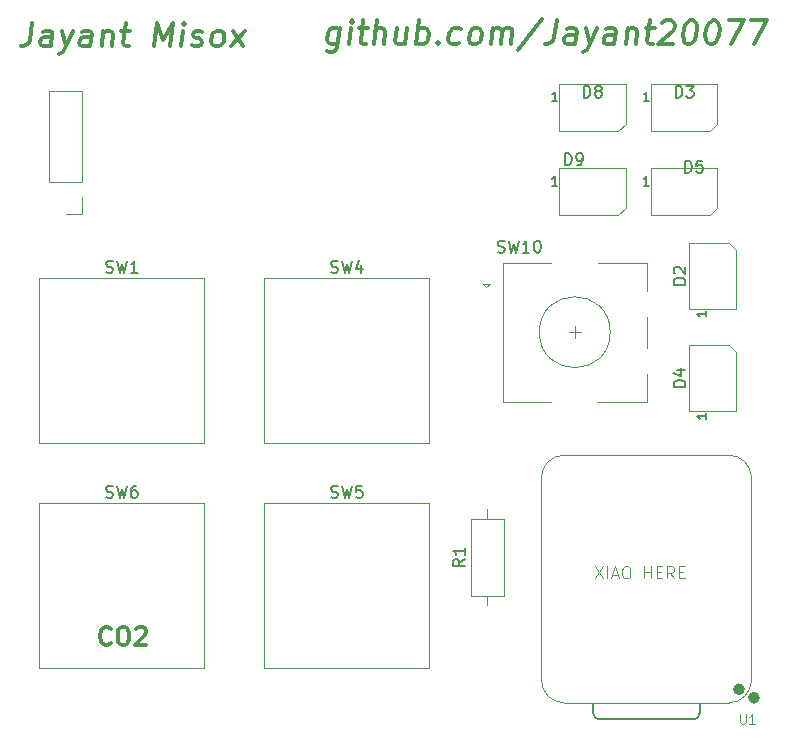
<source format=gbr>
%TF.GenerationSoftware,KiCad,Pcbnew,9.0.4*%
%TF.CreationDate,2026-01-21T00:58:39+05:30*%
%TF.ProjectId,Jayant co2 Hackpad,4a617961-6e74-4206-936f-32204861636b,rev?*%
%TF.SameCoordinates,Original*%
%TF.FileFunction,Legend,Top*%
%TF.FilePolarity,Positive*%
%FSLAX46Y46*%
G04 Gerber Fmt 4.6, Leading zero omitted, Abs format (unit mm)*
G04 Created by KiCad (PCBNEW 9.0.4) date 2026-01-21 00:58:39*
%MOMM*%
%LPD*%
G01*
G04 APERTURE LIST*
%ADD10C,0.300000*%
%ADD11C,0.100000*%
%ADD12C,0.150000*%
%ADD13C,0.106680*%
%ADD14C,0.120000*%
%ADD15C,0.127000*%
%ADD16C,0.504000*%
G04 APERTURE END LIST*
D10*
X84311653Y-130457971D02*
X84240225Y-130529400D01*
X84240225Y-130529400D02*
X84025939Y-130600828D01*
X84025939Y-130600828D02*
X83883082Y-130600828D01*
X83883082Y-130600828D02*
X83668796Y-130529400D01*
X83668796Y-130529400D02*
X83525939Y-130386542D01*
X83525939Y-130386542D02*
X83454510Y-130243685D01*
X83454510Y-130243685D02*
X83383082Y-129957971D01*
X83383082Y-129957971D02*
X83383082Y-129743685D01*
X83383082Y-129743685D02*
X83454510Y-129457971D01*
X83454510Y-129457971D02*
X83525939Y-129315114D01*
X83525939Y-129315114D02*
X83668796Y-129172257D01*
X83668796Y-129172257D02*
X83883082Y-129100828D01*
X83883082Y-129100828D02*
X84025939Y-129100828D01*
X84025939Y-129100828D02*
X84240225Y-129172257D01*
X84240225Y-129172257D02*
X84311653Y-129243685D01*
X85240225Y-129100828D02*
X85525939Y-129100828D01*
X85525939Y-129100828D02*
X85668796Y-129172257D01*
X85668796Y-129172257D02*
X85811653Y-129315114D01*
X85811653Y-129315114D02*
X85883082Y-129600828D01*
X85883082Y-129600828D02*
X85883082Y-130100828D01*
X85883082Y-130100828D02*
X85811653Y-130386542D01*
X85811653Y-130386542D02*
X85668796Y-130529400D01*
X85668796Y-130529400D02*
X85525939Y-130600828D01*
X85525939Y-130600828D02*
X85240225Y-130600828D01*
X85240225Y-130600828D02*
X85097368Y-130529400D01*
X85097368Y-130529400D02*
X84954510Y-130386542D01*
X84954510Y-130386542D02*
X84883082Y-130100828D01*
X84883082Y-130100828D02*
X84883082Y-129600828D01*
X84883082Y-129600828D02*
X84954510Y-129315114D01*
X84954510Y-129315114D02*
X85097368Y-129172257D01*
X85097368Y-129172257D02*
X85240225Y-129100828D01*
X86454511Y-129243685D02*
X86525939Y-129172257D01*
X86525939Y-129172257D02*
X86668797Y-129100828D01*
X86668797Y-129100828D02*
X87025939Y-129100828D01*
X87025939Y-129100828D02*
X87168797Y-129172257D01*
X87168797Y-129172257D02*
X87240225Y-129243685D01*
X87240225Y-129243685D02*
X87311654Y-129386542D01*
X87311654Y-129386542D02*
X87311654Y-129529400D01*
X87311654Y-129529400D02*
X87240225Y-129743685D01*
X87240225Y-129743685D02*
X86383082Y-130600828D01*
X86383082Y-130600828D02*
X87311654Y-130600828D01*
D11*
X125303646Y-123967419D02*
X125970312Y-124967419D01*
X125970312Y-123967419D02*
X125303646Y-124967419D01*
X126351265Y-124967419D02*
X126351265Y-123967419D01*
X126779836Y-124681704D02*
X127256026Y-124681704D01*
X126684598Y-124967419D02*
X127017931Y-123967419D01*
X127017931Y-123967419D02*
X127351264Y-124967419D01*
X127875074Y-123967419D02*
X128065550Y-123967419D01*
X128065550Y-123967419D02*
X128160788Y-124015038D01*
X128160788Y-124015038D02*
X128256026Y-124110276D01*
X128256026Y-124110276D02*
X128303645Y-124300752D01*
X128303645Y-124300752D02*
X128303645Y-124634085D01*
X128303645Y-124634085D02*
X128256026Y-124824561D01*
X128256026Y-124824561D02*
X128160788Y-124919800D01*
X128160788Y-124919800D02*
X128065550Y-124967419D01*
X128065550Y-124967419D02*
X127875074Y-124967419D01*
X127875074Y-124967419D02*
X127779836Y-124919800D01*
X127779836Y-124919800D02*
X127684598Y-124824561D01*
X127684598Y-124824561D02*
X127636979Y-124634085D01*
X127636979Y-124634085D02*
X127636979Y-124300752D01*
X127636979Y-124300752D02*
X127684598Y-124110276D01*
X127684598Y-124110276D02*
X127779836Y-124015038D01*
X127779836Y-124015038D02*
X127875074Y-123967419D01*
X129494122Y-124967419D02*
X129494122Y-123967419D01*
X129494122Y-124443609D02*
X130065550Y-124443609D01*
X130065550Y-124967419D02*
X130065550Y-123967419D01*
X130541741Y-124443609D02*
X130875074Y-124443609D01*
X131017931Y-124967419D02*
X130541741Y-124967419D01*
X130541741Y-124967419D02*
X130541741Y-123967419D01*
X130541741Y-123967419D02*
X131017931Y-123967419D01*
X132017931Y-124967419D02*
X131684598Y-124491228D01*
X131446503Y-124967419D02*
X131446503Y-123967419D01*
X131446503Y-123967419D02*
X131827455Y-123967419D01*
X131827455Y-123967419D02*
X131922693Y-124015038D01*
X131922693Y-124015038D02*
X131970312Y-124062657D01*
X131970312Y-124062657D02*
X132017931Y-124157895D01*
X132017931Y-124157895D02*
X132017931Y-124300752D01*
X132017931Y-124300752D02*
X131970312Y-124395990D01*
X131970312Y-124395990D02*
X131922693Y-124443609D01*
X131922693Y-124443609D02*
X131827455Y-124491228D01*
X131827455Y-124491228D02*
X131446503Y-124491228D01*
X132446503Y-124443609D02*
X132779836Y-124443609D01*
X132922693Y-124967419D02*
X132446503Y-124967419D01*
X132446503Y-124967419D02*
X132446503Y-123967419D01*
X132446503Y-123967419D02*
X132922693Y-123967419D01*
D10*
X103685463Y-78406304D02*
X103483082Y-80025352D01*
X103483082Y-80025352D02*
X103364034Y-80215828D01*
X103364034Y-80215828D02*
X103256891Y-80311066D01*
X103256891Y-80311066D02*
X103054510Y-80406304D01*
X103054510Y-80406304D02*
X102768796Y-80406304D01*
X102768796Y-80406304D02*
X102590225Y-80311066D01*
X103530701Y-79644400D02*
X103328320Y-79739638D01*
X103328320Y-79739638D02*
X102947368Y-79739638D01*
X102947368Y-79739638D02*
X102768796Y-79644400D01*
X102768796Y-79644400D02*
X102685463Y-79549161D01*
X102685463Y-79549161D02*
X102614034Y-79358685D01*
X102614034Y-79358685D02*
X102685463Y-78787257D01*
X102685463Y-78787257D02*
X102804510Y-78596780D01*
X102804510Y-78596780D02*
X102911653Y-78501542D01*
X102911653Y-78501542D02*
X103114034Y-78406304D01*
X103114034Y-78406304D02*
X103494987Y-78406304D01*
X103494987Y-78406304D02*
X103673558Y-78501542D01*
X104471177Y-79739638D02*
X104637844Y-78406304D01*
X104721177Y-77739638D02*
X104614034Y-77834876D01*
X104614034Y-77834876D02*
X104697368Y-77930114D01*
X104697368Y-77930114D02*
X104804511Y-77834876D01*
X104804511Y-77834876D02*
X104721177Y-77739638D01*
X104721177Y-77739638D02*
X104697368Y-77930114D01*
X105304511Y-78406304D02*
X106066415Y-78406304D01*
X105673558Y-77739638D02*
X105459273Y-79453923D01*
X105459273Y-79453923D02*
X105530701Y-79644400D01*
X105530701Y-79644400D02*
X105709273Y-79739638D01*
X105709273Y-79739638D02*
X105899749Y-79739638D01*
X106566415Y-79739638D02*
X106816415Y-77739638D01*
X107423558Y-79739638D02*
X107554510Y-78692019D01*
X107554510Y-78692019D02*
X107483082Y-78501542D01*
X107483082Y-78501542D02*
X107304510Y-78406304D01*
X107304510Y-78406304D02*
X107018796Y-78406304D01*
X107018796Y-78406304D02*
X106816415Y-78501542D01*
X106816415Y-78501542D02*
X106709272Y-78596780D01*
X109399749Y-78406304D02*
X109233082Y-79739638D01*
X108542606Y-78406304D02*
X108411654Y-79453923D01*
X108411654Y-79453923D02*
X108483082Y-79644400D01*
X108483082Y-79644400D02*
X108661654Y-79739638D01*
X108661654Y-79739638D02*
X108947368Y-79739638D01*
X108947368Y-79739638D02*
X109149749Y-79644400D01*
X109149749Y-79644400D02*
X109256892Y-79549161D01*
X110185463Y-79739638D02*
X110435463Y-77739638D01*
X110340225Y-78501542D02*
X110542606Y-78406304D01*
X110542606Y-78406304D02*
X110923558Y-78406304D01*
X110923558Y-78406304D02*
X111102130Y-78501542D01*
X111102130Y-78501542D02*
X111185463Y-78596780D01*
X111185463Y-78596780D02*
X111256892Y-78787257D01*
X111256892Y-78787257D02*
X111185463Y-79358685D01*
X111185463Y-79358685D02*
X111066416Y-79549161D01*
X111066416Y-79549161D02*
X110959273Y-79644400D01*
X110959273Y-79644400D02*
X110756892Y-79739638D01*
X110756892Y-79739638D02*
X110375939Y-79739638D01*
X110375939Y-79739638D02*
X110197368Y-79644400D01*
X112018797Y-79549161D02*
X112102130Y-79644400D01*
X112102130Y-79644400D02*
X111994987Y-79739638D01*
X111994987Y-79739638D02*
X111911654Y-79644400D01*
X111911654Y-79644400D02*
X112018797Y-79549161D01*
X112018797Y-79549161D02*
X111994987Y-79739638D01*
X113816416Y-79644400D02*
X113614035Y-79739638D01*
X113614035Y-79739638D02*
X113233083Y-79739638D01*
X113233083Y-79739638D02*
X113054511Y-79644400D01*
X113054511Y-79644400D02*
X112971178Y-79549161D01*
X112971178Y-79549161D02*
X112899749Y-79358685D01*
X112899749Y-79358685D02*
X112971178Y-78787257D01*
X112971178Y-78787257D02*
X113090225Y-78596780D01*
X113090225Y-78596780D02*
X113197368Y-78501542D01*
X113197368Y-78501542D02*
X113399749Y-78406304D01*
X113399749Y-78406304D02*
X113780702Y-78406304D01*
X113780702Y-78406304D02*
X113959273Y-78501542D01*
X114947369Y-79739638D02*
X114768797Y-79644400D01*
X114768797Y-79644400D02*
X114685464Y-79549161D01*
X114685464Y-79549161D02*
X114614035Y-79358685D01*
X114614035Y-79358685D02*
X114685464Y-78787257D01*
X114685464Y-78787257D02*
X114804511Y-78596780D01*
X114804511Y-78596780D02*
X114911654Y-78501542D01*
X114911654Y-78501542D02*
X115114035Y-78406304D01*
X115114035Y-78406304D02*
X115399749Y-78406304D01*
X115399749Y-78406304D02*
X115578321Y-78501542D01*
X115578321Y-78501542D02*
X115661654Y-78596780D01*
X115661654Y-78596780D02*
X115733083Y-78787257D01*
X115733083Y-78787257D02*
X115661654Y-79358685D01*
X115661654Y-79358685D02*
X115542607Y-79549161D01*
X115542607Y-79549161D02*
X115435464Y-79644400D01*
X115435464Y-79644400D02*
X115233083Y-79739638D01*
X115233083Y-79739638D02*
X114947369Y-79739638D01*
X116471178Y-79739638D02*
X116637845Y-78406304D01*
X116614035Y-78596780D02*
X116721178Y-78501542D01*
X116721178Y-78501542D02*
X116923559Y-78406304D01*
X116923559Y-78406304D02*
X117209273Y-78406304D01*
X117209273Y-78406304D02*
X117387845Y-78501542D01*
X117387845Y-78501542D02*
X117459273Y-78692019D01*
X117459273Y-78692019D02*
X117328321Y-79739638D01*
X117459273Y-78692019D02*
X117578321Y-78501542D01*
X117578321Y-78501542D02*
X117780702Y-78406304D01*
X117780702Y-78406304D02*
X118066416Y-78406304D01*
X118066416Y-78406304D02*
X118244988Y-78501542D01*
X118244988Y-78501542D02*
X118316416Y-78692019D01*
X118316416Y-78692019D02*
X118185464Y-79739638D01*
X120828321Y-77644400D02*
X118792607Y-80215828D01*
X122054512Y-77739638D02*
X121875940Y-79168209D01*
X121875940Y-79168209D02*
X121744988Y-79453923D01*
X121744988Y-79453923D02*
X121530702Y-79644400D01*
X121530702Y-79644400D02*
X121233083Y-79739638D01*
X121233083Y-79739638D02*
X121042607Y-79739638D01*
X123614036Y-79739638D02*
X123744988Y-78692019D01*
X123744988Y-78692019D02*
X123673560Y-78501542D01*
X123673560Y-78501542D02*
X123494988Y-78406304D01*
X123494988Y-78406304D02*
X123114036Y-78406304D01*
X123114036Y-78406304D02*
X122911655Y-78501542D01*
X123625941Y-79644400D02*
X123423560Y-79739638D01*
X123423560Y-79739638D02*
X122947369Y-79739638D01*
X122947369Y-79739638D02*
X122768798Y-79644400D01*
X122768798Y-79644400D02*
X122697369Y-79453923D01*
X122697369Y-79453923D02*
X122721179Y-79263447D01*
X122721179Y-79263447D02*
X122840227Y-79072971D01*
X122840227Y-79072971D02*
X123042608Y-78977733D01*
X123042608Y-78977733D02*
X123518798Y-78977733D01*
X123518798Y-78977733D02*
X123721179Y-78882495D01*
X124542608Y-78406304D02*
X124852132Y-79739638D01*
X125494989Y-78406304D02*
X124852132Y-79739638D01*
X124852132Y-79739638D02*
X124602132Y-80215828D01*
X124602132Y-80215828D02*
X124494989Y-80311066D01*
X124494989Y-80311066D02*
X124292608Y-80406304D01*
X126947370Y-79739638D02*
X127078322Y-78692019D01*
X127078322Y-78692019D02*
X127006894Y-78501542D01*
X127006894Y-78501542D02*
X126828322Y-78406304D01*
X126828322Y-78406304D02*
X126447370Y-78406304D01*
X126447370Y-78406304D02*
X126244989Y-78501542D01*
X126959275Y-79644400D02*
X126756894Y-79739638D01*
X126756894Y-79739638D02*
X126280703Y-79739638D01*
X126280703Y-79739638D02*
X126102132Y-79644400D01*
X126102132Y-79644400D02*
X126030703Y-79453923D01*
X126030703Y-79453923D02*
X126054513Y-79263447D01*
X126054513Y-79263447D02*
X126173561Y-79072971D01*
X126173561Y-79072971D02*
X126375942Y-78977733D01*
X126375942Y-78977733D02*
X126852132Y-78977733D01*
X126852132Y-78977733D02*
X127054513Y-78882495D01*
X128066418Y-78406304D02*
X127899751Y-79739638D01*
X128042608Y-78596780D02*
X128149751Y-78501542D01*
X128149751Y-78501542D02*
X128352132Y-78406304D01*
X128352132Y-78406304D02*
X128637846Y-78406304D01*
X128637846Y-78406304D02*
X128816418Y-78501542D01*
X128816418Y-78501542D02*
X128887846Y-78692019D01*
X128887846Y-78692019D02*
X128756894Y-79739638D01*
X129590228Y-78406304D02*
X130352132Y-78406304D01*
X129959275Y-77739638D02*
X129744990Y-79453923D01*
X129744990Y-79453923D02*
X129816418Y-79644400D01*
X129816418Y-79644400D02*
X129994990Y-79739638D01*
X129994990Y-79739638D02*
X130185466Y-79739638D01*
X130983085Y-77930114D02*
X131090227Y-77834876D01*
X131090227Y-77834876D02*
X131292608Y-77739638D01*
X131292608Y-77739638D02*
X131768799Y-77739638D01*
X131768799Y-77739638D02*
X131947370Y-77834876D01*
X131947370Y-77834876D02*
X132030704Y-77930114D01*
X132030704Y-77930114D02*
X132102132Y-78120590D01*
X132102132Y-78120590D02*
X132078323Y-78311066D01*
X132078323Y-78311066D02*
X131947370Y-78596780D01*
X131947370Y-78596780D02*
X130661656Y-79739638D01*
X130661656Y-79739638D02*
X131899751Y-79739638D01*
X133387847Y-77739638D02*
X133578323Y-77739638D01*
X133578323Y-77739638D02*
X133756894Y-77834876D01*
X133756894Y-77834876D02*
X133840228Y-77930114D01*
X133840228Y-77930114D02*
X133911656Y-78120590D01*
X133911656Y-78120590D02*
X133959275Y-78501542D01*
X133959275Y-78501542D02*
X133899751Y-78977733D01*
X133899751Y-78977733D02*
X133756894Y-79358685D01*
X133756894Y-79358685D02*
X133637847Y-79549161D01*
X133637847Y-79549161D02*
X133530704Y-79644400D01*
X133530704Y-79644400D02*
X133328323Y-79739638D01*
X133328323Y-79739638D02*
X133137847Y-79739638D01*
X133137847Y-79739638D02*
X132959275Y-79644400D01*
X132959275Y-79644400D02*
X132875942Y-79549161D01*
X132875942Y-79549161D02*
X132804513Y-79358685D01*
X132804513Y-79358685D02*
X132756894Y-78977733D01*
X132756894Y-78977733D02*
X132816418Y-78501542D01*
X132816418Y-78501542D02*
X132959275Y-78120590D01*
X132959275Y-78120590D02*
X133078323Y-77930114D01*
X133078323Y-77930114D02*
X133185466Y-77834876D01*
X133185466Y-77834876D02*
X133387847Y-77739638D01*
X135292609Y-77739638D02*
X135483085Y-77739638D01*
X135483085Y-77739638D02*
X135661656Y-77834876D01*
X135661656Y-77834876D02*
X135744990Y-77930114D01*
X135744990Y-77930114D02*
X135816418Y-78120590D01*
X135816418Y-78120590D02*
X135864037Y-78501542D01*
X135864037Y-78501542D02*
X135804513Y-78977733D01*
X135804513Y-78977733D02*
X135661656Y-79358685D01*
X135661656Y-79358685D02*
X135542609Y-79549161D01*
X135542609Y-79549161D02*
X135435466Y-79644400D01*
X135435466Y-79644400D02*
X135233085Y-79739638D01*
X135233085Y-79739638D02*
X135042609Y-79739638D01*
X135042609Y-79739638D02*
X134864037Y-79644400D01*
X134864037Y-79644400D02*
X134780704Y-79549161D01*
X134780704Y-79549161D02*
X134709275Y-79358685D01*
X134709275Y-79358685D02*
X134661656Y-78977733D01*
X134661656Y-78977733D02*
X134721180Y-78501542D01*
X134721180Y-78501542D02*
X134864037Y-78120590D01*
X134864037Y-78120590D02*
X134983085Y-77930114D01*
X134983085Y-77930114D02*
X135090228Y-77834876D01*
X135090228Y-77834876D02*
X135292609Y-77739638D01*
X136625942Y-77739638D02*
X137959275Y-77739638D01*
X137959275Y-77739638D02*
X136852133Y-79739638D01*
X138530704Y-77739638D02*
X139864037Y-77739638D01*
X139864037Y-77739638D02*
X138756895Y-79739638D01*
X77683082Y-77939638D02*
X77504510Y-79368209D01*
X77504510Y-79368209D02*
X77373558Y-79653923D01*
X77373558Y-79653923D02*
X77159272Y-79844400D01*
X77159272Y-79844400D02*
X76861653Y-79939638D01*
X76861653Y-79939638D02*
X76671177Y-79939638D01*
X79242606Y-79939638D02*
X79373558Y-78892019D01*
X79373558Y-78892019D02*
X79302130Y-78701542D01*
X79302130Y-78701542D02*
X79123558Y-78606304D01*
X79123558Y-78606304D02*
X78742606Y-78606304D01*
X78742606Y-78606304D02*
X78540225Y-78701542D01*
X79254511Y-79844400D02*
X79052130Y-79939638D01*
X79052130Y-79939638D02*
X78575939Y-79939638D01*
X78575939Y-79939638D02*
X78397368Y-79844400D01*
X78397368Y-79844400D02*
X78325939Y-79653923D01*
X78325939Y-79653923D02*
X78349749Y-79463447D01*
X78349749Y-79463447D02*
X78468797Y-79272971D01*
X78468797Y-79272971D02*
X78671178Y-79177733D01*
X78671178Y-79177733D02*
X79147368Y-79177733D01*
X79147368Y-79177733D02*
X79349749Y-79082495D01*
X80171178Y-78606304D02*
X80480702Y-79939638D01*
X81123559Y-78606304D02*
X80480702Y-79939638D01*
X80480702Y-79939638D02*
X80230702Y-80415828D01*
X80230702Y-80415828D02*
X80123559Y-80511066D01*
X80123559Y-80511066D02*
X79921178Y-80606304D01*
X82575940Y-79939638D02*
X82706892Y-78892019D01*
X82706892Y-78892019D02*
X82635464Y-78701542D01*
X82635464Y-78701542D02*
X82456892Y-78606304D01*
X82456892Y-78606304D02*
X82075940Y-78606304D01*
X82075940Y-78606304D02*
X81873559Y-78701542D01*
X82587845Y-79844400D02*
X82385464Y-79939638D01*
X82385464Y-79939638D02*
X81909273Y-79939638D01*
X81909273Y-79939638D02*
X81730702Y-79844400D01*
X81730702Y-79844400D02*
X81659273Y-79653923D01*
X81659273Y-79653923D02*
X81683083Y-79463447D01*
X81683083Y-79463447D02*
X81802131Y-79272971D01*
X81802131Y-79272971D02*
X82004512Y-79177733D01*
X82004512Y-79177733D02*
X82480702Y-79177733D01*
X82480702Y-79177733D02*
X82683083Y-79082495D01*
X83694988Y-78606304D02*
X83528321Y-79939638D01*
X83671178Y-78796780D02*
X83778321Y-78701542D01*
X83778321Y-78701542D02*
X83980702Y-78606304D01*
X83980702Y-78606304D02*
X84266416Y-78606304D01*
X84266416Y-78606304D02*
X84444988Y-78701542D01*
X84444988Y-78701542D02*
X84516416Y-78892019D01*
X84516416Y-78892019D02*
X84385464Y-79939638D01*
X85218798Y-78606304D02*
X85980702Y-78606304D01*
X85587845Y-77939638D02*
X85373560Y-79653923D01*
X85373560Y-79653923D02*
X85444988Y-79844400D01*
X85444988Y-79844400D02*
X85623560Y-79939638D01*
X85623560Y-79939638D02*
X85814036Y-79939638D01*
X88004512Y-79939638D02*
X88254512Y-77939638D01*
X88254512Y-77939638D02*
X88742607Y-79368209D01*
X88742607Y-79368209D02*
X89587846Y-77939638D01*
X89587846Y-77939638D02*
X89337846Y-79939638D01*
X90290226Y-79939638D02*
X90456893Y-78606304D01*
X90540226Y-77939638D02*
X90433083Y-78034876D01*
X90433083Y-78034876D02*
X90516417Y-78130114D01*
X90516417Y-78130114D02*
X90623560Y-78034876D01*
X90623560Y-78034876D02*
X90540226Y-77939638D01*
X90540226Y-77939638D02*
X90516417Y-78130114D01*
X91159274Y-79844400D02*
X91337845Y-79939638D01*
X91337845Y-79939638D02*
X91718798Y-79939638D01*
X91718798Y-79939638D02*
X91921179Y-79844400D01*
X91921179Y-79844400D02*
X92040226Y-79653923D01*
X92040226Y-79653923D02*
X92052131Y-79558685D01*
X92052131Y-79558685D02*
X91980702Y-79368209D01*
X91980702Y-79368209D02*
X91802131Y-79272971D01*
X91802131Y-79272971D02*
X91516417Y-79272971D01*
X91516417Y-79272971D02*
X91337845Y-79177733D01*
X91337845Y-79177733D02*
X91266417Y-78987257D01*
X91266417Y-78987257D02*
X91278322Y-78892019D01*
X91278322Y-78892019D02*
X91397369Y-78701542D01*
X91397369Y-78701542D02*
X91599750Y-78606304D01*
X91599750Y-78606304D02*
X91885464Y-78606304D01*
X91885464Y-78606304D02*
X92064036Y-78701542D01*
X93147370Y-79939638D02*
X92968798Y-79844400D01*
X92968798Y-79844400D02*
X92885465Y-79749161D01*
X92885465Y-79749161D02*
X92814036Y-79558685D01*
X92814036Y-79558685D02*
X92885465Y-78987257D01*
X92885465Y-78987257D02*
X93004512Y-78796780D01*
X93004512Y-78796780D02*
X93111655Y-78701542D01*
X93111655Y-78701542D02*
X93314036Y-78606304D01*
X93314036Y-78606304D02*
X93599750Y-78606304D01*
X93599750Y-78606304D02*
X93778322Y-78701542D01*
X93778322Y-78701542D02*
X93861655Y-78796780D01*
X93861655Y-78796780D02*
X93933084Y-78987257D01*
X93933084Y-78987257D02*
X93861655Y-79558685D01*
X93861655Y-79558685D02*
X93742608Y-79749161D01*
X93742608Y-79749161D02*
X93635465Y-79844400D01*
X93635465Y-79844400D02*
X93433084Y-79939638D01*
X93433084Y-79939638D02*
X93147370Y-79939638D01*
X94480703Y-79939638D02*
X95694989Y-78606304D01*
X94647370Y-78606304D02*
X95528322Y-79939638D01*
D12*
X83915417Y-99054450D02*
X84058274Y-99102069D01*
X84058274Y-99102069D02*
X84296369Y-99102069D01*
X84296369Y-99102069D02*
X84391607Y-99054450D01*
X84391607Y-99054450D02*
X84439226Y-99006830D01*
X84439226Y-99006830D02*
X84486845Y-98911592D01*
X84486845Y-98911592D02*
X84486845Y-98816354D01*
X84486845Y-98816354D02*
X84439226Y-98721116D01*
X84439226Y-98721116D02*
X84391607Y-98673497D01*
X84391607Y-98673497D02*
X84296369Y-98625878D01*
X84296369Y-98625878D02*
X84105893Y-98578259D01*
X84105893Y-98578259D02*
X84010655Y-98530640D01*
X84010655Y-98530640D02*
X83963036Y-98483021D01*
X83963036Y-98483021D02*
X83915417Y-98387783D01*
X83915417Y-98387783D02*
X83915417Y-98292545D01*
X83915417Y-98292545D02*
X83963036Y-98197307D01*
X83963036Y-98197307D02*
X84010655Y-98149688D01*
X84010655Y-98149688D02*
X84105893Y-98102069D01*
X84105893Y-98102069D02*
X84343988Y-98102069D01*
X84343988Y-98102069D02*
X84486845Y-98149688D01*
X84820179Y-98102069D02*
X85058274Y-99102069D01*
X85058274Y-99102069D02*
X85248750Y-98387783D01*
X85248750Y-98387783D02*
X85439226Y-99102069D01*
X85439226Y-99102069D02*
X85677322Y-98102069D01*
X86582083Y-99102069D02*
X86010655Y-99102069D01*
X86296369Y-99102069D02*
X86296369Y-98102069D01*
X86296369Y-98102069D02*
X86201131Y-98244926D01*
X86201131Y-98244926D02*
X86105893Y-98340164D01*
X86105893Y-98340164D02*
X86010655Y-98387783D01*
X102965417Y-99054450D02*
X103108274Y-99102069D01*
X103108274Y-99102069D02*
X103346369Y-99102069D01*
X103346369Y-99102069D02*
X103441607Y-99054450D01*
X103441607Y-99054450D02*
X103489226Y-99006830D01*
X103489226Y-99006830D02*
X103536845Y-98911592D01*
X103536845Y-98911592D02*
X103536845Y-98816354D01*
X103536845Y-98816354D02*
X103489226Y-98721116D01*
X103489226Y-98721116D02*
X103441607Y-98673497D01*
X103441607Y-98673497D02*
X103346369Y-98625878D01*
X103346369Y-98625878D02*
X103155893Y-98578259D01*
X103155893Y-98578259D02*
X103060655Y-98530640D01*
X103060655Y-98530640D02*
X103013036Y-98483021D01*
X103013036Y-98483021D02*
X102965417Y-98387783D01*
X102965417Y-98387783D02*
X102965417Y-98292545D01*
X102965417Y-98292545D02*
X103013036Y-98197307D01*
X103013036Y-98197307D02*
X103060655Y-98149688D01*
X103060655Y-98149688D02*
X103155893Y-98102069D01*
X103155893Y-98102069D02*
X103393988Y-98102069D01*
X103393988Y-98102069D02*
X103536845Y-98149688D01*
X103870179Y-98102069D02*
X104108274Y-99102069D01*
X104108274Y-99102069D02*
X104298750Y-98387783D01*
X104298750Y-98387783D02*
X104489226Y-99102069D01*
X104489226Y-99102069D02*
X104727322Y-98102069D01*
X105536845Y-98435402D02*
X105536845Y-99102069D01*
X105298750Y-98054450D02*
X105060655Y-98768735D01*
X105060655Y-98768735D02*
X105679702Y-98768735D01*
X132131905Y-84274819D02*
X132131905Y-83274819D01*
X132131905Y-83274819D02*
X132370000Y-83274819D01*
X132370000Y-83274819D02*
X132512857Y-83322438D01*
X132512857Y-83322438D02*
X132608095Y-83417676D01*
X132608095Y-83417676D02*
X132655714Y-83512914D01*
X132655714Y-83512914D02*
X132703333Y-83703390D01*
X132703333Y-83703390D02*
X132703333Y-83846247D01*
X132703333Y-83846247D02*
X132655714Y-84036723D01*
X132655714Y-84036723D02*
X132608095Y-84131961D01*
X132608095Y-84131961D02*
X132512857Y-84227200D01*
X132512857Y-84227200D02*
X132370000Y-84274819D01*
X132370000Y-84274819D02*
X132131905Y-84274819D01*
X133036667Y-83274819D02*
X133655714Y-83274819D01*
X133655714Y-83274819D02*
X133322381Y-83655771D01*
X133322381Y-83655771D02*
X133465238Y-83655771D01*
X133465238Y-83655771D02*
X133560476Y-83703390D01*
X133560476Y-83703390D02*
X133608095Y-83751009D01*
X133608095Y-83751009D02*
X133655714Y-83846247D01*
X133655714Y-83846247D02*
X133655714Y-84084342D01*
X133655714Y-84084342D02*
X133608095Y-84179580D01*
X133608095Y-84179580D02*
X133560476Y-84227200D01*
X133560476Y-84227200D02*
X133465238Y-84274819D01*
X133465238Y-84274819D02*
X133179524Y-84274819D01*
X133179524Y-84274819D02*
X133084286Y-84227200D01*
X133084286Y-84227200D02*
X133036667Y-84179580D01*
X129898571Y-84577295D02*
X129441428Y-84577295D01*
X129670000Y-84577295D02*
X129670000Y-83777295D01*
X129670000Y-83777295D02*
X129593809Y-83891580D01*
X129593809Y-83891580D02*
X129517619Y-83967771D01*
X129517619Y-83967771D02*
X129441428Y-84005866D01*
X122769405Y-89989819D02*
X122769405Y-88989819D01*
X122769405Y-88989819D02*
X123007500Y-88989819D01*
X123007500Y-88989819D02*
X123150357Y-89037438D01*
X123150357Y-89037438D02*
X123245595Y-89132676D01*
X123245595Y-89132676D02*
X123293214Y-89227914D01*
X123293214Y-89227914D02*
X123340833Y-89418390D01*
X123340833Y-89418390D02*
X123340833Y-89561247D01*
X123340833Y-89561247D02*
X123293214Y-89751723D01*
X123293214Y-89751723D02*
X123245595Y-89846961D01*
X123245595Y-89846961D02*
X123150357Y-89942200D01*
X123150357Y-89942200D02*
X123007500Y-89989819D01*
X123007500Y-89989819D02*
X122769405Y-89989819D01*
X123817024Y-89989819D02*
X124007500Y-89989819D01*
X124007500Y-89989819D02*
X124102738Y-89942200D01*
X124102738Y-89942200D02*
X124150357Y-89894580D01*
X124150357Y-89894580D02*
X124245595Y-89751723D01*
X124245595Y-89751723D02*
X124293214Y-89561247D01*
X124293214Y-89561247D02*
X124293214Y-89180295D01*
X124293214Y-89180295D02*
X124245595Y-89085057D01*
X124245595Y-89085057D02*
X124197976Y-89037438D01*
X124197976Y-89037438D02*
X124102738Y-88989819D01*
X124102738Y-88989819D02*
X123912262Y-88989819D01*
X123912262Y-88989819D02*
X123817024Y-89037438D01*
X123817024Y-89037438D02*
X123769405Y-89085057D01*
X123769405Y-89085057D02*
X123721786Y-89180295D01*
X123721786Y-89180295D02*
X123721786Y-89418390D01*
X123721786Y-89418390D02*
X123769405Y-89513628D01*
X123769405Y-89513628D02*
X123817024Y-89561247D01*
X123817024Y-89561247D02*
X123912262Y-89608866D01*
X123912262Y-89608866D02*
X124102738Y-89608866D01*
X124102738Y-89608866D02*
X124197976Y-89561247D01*
X124197976Y-89561247D02*
X124245595Y-89513628D01*
X124245595Y-89513628D02*
X124293214Y-89418390D01*
X122123571Y-91721045D02*
X121666428Y-91721045D01*
X121895000Y-91721045D02*
X121895000Y-90921045D01*
X121895000Y-90921045D02*
X121818809Y-91035330D01*
X121818809Y-91035330D02*
X121742619Y-91111521D01*
X121742619Y-91111521D02*
X121666428Y-91149616D01*
X83915417Y-118104450D02*
X84058274Y-118152069D01*
X84058274Y-118152069D02*
X84296369Y-118152069D01*
X84296369Y-118152069D02*
X84391607Y-118104450D01*
X84391607Y-118104450D02*
X84439226Y-118056830D01*
X84439226Y-118056830D02*
X84486845Y-117961592D01*
X84486845Y-117961592D02*
X84486845Y-117866354D01*
X84486845Y-117866354D02*
X84439226Y-117771116D01*
X84439226Y-117771116D02*
X84391607Y-117723497D01*
X84391607Y-117723497D02*
X84296369Y-117675878D01*
X84296369Y-117675878D02*
X84105893Y-117628259D01*
X84105893Y-117628259D02*
X84010655Y-117580640D01*
X84010655Y-117580640D02*
X83963036Y-117533021D01*
X83963036Y-117533021D02*
X83915417Y-117437783D01*
X83915417Y-117437783D02*
X83915417Y-117342545D01*
X83915417Y-117342545D02*
X83963036Y-117247307D01*
X83963036Y-117247307D02*
X84010655Y-117199688D01*
X84010655Y-117199688D02*
X84105893Y-117152069D01*
X84105893Y-117152069D02*
X84343988Y-117152069D01*
X84343988Y-117152069D02*
X84486845Y-117199688D01*
X84820179Y-117152069D02*
X85058274Y-118152069D01*
X85058274Y-118152069D02*
X85248750Y-117437783D01*
X85248750Y-117437783D02*
X85439226Y-118152069D01*
X85439226Y-118152069D02*
X85677322Y-117152069D01*
X86486845Y-117152069D02*
X86296369Y-117152069D01*
X86296369Y-117152069D02*
X86201131Y-117199688D01*
X86201131Y-117199688D02*
X86153512Y-117247307D01*
X86153512Y-117247307D02*
X86058274Y-117390164D01*
X86058274Y-117390164D02*
X86010655Y-117580640D01*
X86010655Y-117580640D02*
X86010655Y-117961592D01*
X86010655Y-117961592D02*
X86058274Y-118056830D01*
X86058274Y-118056830D02*
X86105893Y-118104450D01*
X86105893Y-118104450D02*
X86201131Y-118152069D01*
X86201131Y-118152069D02*
X86391607Y-118152069D01*
X86391607Y-118152069D02*
X86486845Y-118104450D01*
X86486845Y-118104450D02*
X86534464Y-118056830D01*
X86534464Y-118056830D02*
X86582083Y-117961592D01*
X86582083Y-117961592D02*
X86582083Y-117723497D01*
X86582083Y-117723497D02*
X86534464Y-117628259D01*
X86534464Y-117628259D02*
X86486845Y-117580640D01*
X86486845Y-117580640D02*
X86391607Y-117533021D01*
X86391607Y-117533021D02*
X86201131Y-117533021D01*
X86201131Y-117533021D02*
X86105893Y-117580640D01*
X86105893Y-117580640D02*
X86058274Y-117628259D01*
X86058274Y-117628259D02*
X86010655Y-117723497D01*
X114289819Y-123356666D02*
X113813628Y-123689999D01*
X114289819Y-123928094D02*
X113289819Y-123928094D01*
X113289819Y-123928094D02*
X113289819Y-123547142D01*
X113289819Y-123547142D02*
X113337438Y-123451904D01*
X113337438Y-123451904D02*
X113385057Y-123404285D01*
X113385057Y-123404285D02*
X113480295Y-123356666D01*
X113480295Y-123356666D02*
X113623152Y-123356666D01*
X113623152Y-123356666D02*
X113718390Y-123404285D01*
X113718390Y-123404285D02*
X113766009Y-123451904D01*
X113766009Y-123451904D02*
X113813628Y-123547142D01*
X113813628Y-123547142D02*
X113813628Y-123928094D01*
X114289819Y-122404285D02*
X114289819Y-122975713D01*
X114289819Y-122689999D02*
X113289819Y-122689999D01*
X113289819Y-122689999D02*
X113432676Y-122785237D01*
X113432676Y-122785237D02*
X113527914Y-122880475D01*
X113527914Y-122880475D02*
X113575533Y-122975713D01*
X117089226Y-97347200D02*
X117232083Y-97394819D01*
X117232083Y-97394819D02*
X117470178Y-97394819D01*
X117470178Y-97394819D02*
X117565416Y-97347200D01*
X117565416Y-97347200D02*
X117613035Y-97299580D01*
X117613035Y-97299580D02*
X117660654Y-97204342D01*
X117660654Y-97204342D02*
X117660654Y-97109104D01*
X117660654Y-97109104D02*
X117613035Y-97013866D01*
X117613035Y-97013866D02*
X117565416Y-96966247D01*
X117565416Y-96966247D02*
X117470178Y-96918628D01*
X117470178Y-96918628D02*
X117279702Y-96871009D01*
X117279702Y-96871009D02*
X117184464Y-96823390D01*
X117184464Y-96823390D02*
X117136845Y-96775771D01*
X117136845Y-96775771D02*
X117089226Y-96680533D01*
X117089226Y-96680533D02*
X117089226Y-96585295D01*
X117089226Y-96585295D02*
X117136845Y-96490057D01*
X117136845Y-96490057D02*
X117184464Y-96442438D01*
X117184464Y-96442438D02*
X117279702Y-96394819D01*
X117279702Y-96394819D02*
X117517797Y-96394819D01*
X117517797Y-96394819D02*
X117660654Y-96442438D01*
X117993988Y-96394819D02*
X118232083Y-97394819D01*
X118232083Y-97394819D02*
X118422559Y-96680533D01*
X118422559Y-96680533D02*
X118613035Y-97394819D01*
X118613035Y-97394819D02*
X118851131Y-96394819D01*
X119755892Y-97394819D02*
X119184464Y-97394819D01*
X119470178Y-97394819D02*
X119470178Y-96394819D01*
X119470178Y-96394819D02*
X119374940Y-96537676D01*
X119374940Y-96537676D02*
X119279702Y-96632914D01*
X119279702Y-96632914D02*
X119184464Y-96680533D01*
X120374940Y-96394819D02*
X120470178Y-96394819D01*
X120470178Y-96394819D02*
X120565416Y-96442438D01*
X120565416Y-96442438D02*
X120613035Y-96490057D01*
X120613035Y-96490057D02*
X120660654Y-96585295D01*
X120660654Y-96585295D02*
X120708273Y-96775771D01*
X120708273Y-96775771D02*
X120708273Y-97013866D01*
X120708273Y-97013866D02*
X120660654Y-97204342D01*
X120660654Y-97204342D02*
X120613035Y-97299580D01*
X120613035Y-97299580D02*
X120565416Y-97347200D01*
X120565416Y-97347200D02*
X120470178Y-97394819D01*
X120470178Y-97394819D02*
X120374940Y-97394819D01*
X120374940Y-97394819D02*
X120279702Y-97347200D01*
X120279702Y-97347200D02*
X120232083Y-97299580D01*
X120232083Y-97299580D02*
X120184464Y-97204342D01*
X120184464Y-97204342D02*
X120136845Y-97013866D01*
X120136845Y-97013866D02*
X120136845Y-96775771D01*
X120136845Y-96775771D02*
X120184464Y-96585295D01*
X120184464Y-96585295D02*
X120232083Y-96490057D01*
X120232083Y-96490057D02*
X120279702Y-96442438D01*
X120279702Y-96442438D02*
X120374940Y-96394819D01*
X132959819Y-108765594D02*
X131959819Y-108765594D01*
X131959819Y-108765594D02*
X131959819Y-108527499D01*
X131959819Y-108527499D02*
X132007438Y-108384642D01*
X132007438Y-108384642D02*
X132102676Y-108289404D01*
X132102676Y-108289404D02*
X132197914Y-108241785D01*
X132197914Y-108241785D02*
X132388390Y-108194166D01*
X132388390Y-108194166D02*
X132531247Y-108194166D01*
X132531247Y-108194166D02*
X132721723Y-108241785D01*
X132721723Y-108241785D02*
X132816961Y-108289404D01*
X132816961Y-108289404D02*
X132912200Y-108384642D01*
X132912200Y-108384642D02*
X132959819Y-108527499D01*
X132959819Y-108527499D02*
X132959819Y-108765594D01*
X132293152Y-107337023D02*
X132959819Y-107337023D01*
X131912200Y-107575118D02*
X132626485Y-107813213D01*
X132626485Y-107813213D02*
X132626485Y-107194166D01*
X134742295Y-110998928D02*
X134742295Y-111456071D01*
X134742295Y-111227499D02*
X133942295Y-111227499D01*
X133942295Y-111227499D02*
X134056580Y-111303690D01*
X134056580Y-111303690D02*
X134132771Y-111379880D01*
X134132771Y-111379880D02*
X134170866Y-111456071D01*
D13*
X137608442Y-136503705D02*
X137608442Y-137137012D01*
X137608442Y-137137012D02*
X137645696Y-137211518D01*
X137645696Y-137211518D02*
X137682949Y-137248772D01*
X137682949Y-137248772D02*
X137757456Y-137286025D01*
X137757456Y-137286025D02*
X137906469Y-137286025D01*
X137906469Y-137286025D02*
X137980976Y-137248772D01*
X137980976Y-137248772D02*
X138018229Y-137211518D01*
X138018229Y-137211518D02*
X138055482Y-137137012D01*
X138055482Y-137137012D02*
X138055482Y-136503705D01*
X138837802Y-137286025D02*
X138390762Y-137286025D01*
X138614282Y-137286025D02*
X138614282Y-136503705D01*
X138614282Y-136503705D02*
X138539775Y-136615465D01*
X138539775Y-136615465D02*
X138465269Y-136689972D01*
X138465269Y-136689972D02*
X138390762Y-136727225D01*
D12*
X124356905Y-84274819D02*
X124356905Y-83274819D01*
X124356905Y-83274819D02*
X124595000Y-83274819D01*
X124595000Y-83274819D02*
X124737857Y-83322438D01*
X124737857Y-83322438D02*
X124833095Y-83417676D01*
X124833095Y-83417676D02*
X124880714Y-83512914D01*
X124880714Y-83512914D02*
X124928333Y-83703390D01*
X124928333Y-83703390D02*
X124928333Y-83846247D01*
X124928333Y-83846247D02*
X124880714Y-84036723D01*
X124880714Y-84036723D02*
X124833095Y-84131961D01*
X124833095Y-84131961D02*
X124737857Y-84227200D01*
X124737857Y-84227200D02*
X124595000Y-84274819D01*
X124595000Y-84274819D02*
X124356905Y-84274819D01*
X125499762Y-83703390D02*
X125404524Y-83655771D01*
X125404524Y-83655771D02*
X125356905Y-83608152D01*
X125356905Y-83608152D02*
X125309286Y-83512914D01*
X125309286Y-83512914D02*
X125309286Y-83465295D01*
X125309286Y-83465295D02*
X125356905Y-83370057D01*
X125356905Y-83370057D02*
X125404524Y-83322438D01*
X125404524Y-83322438D02*
X125499762Y-83274819D01*
X125499762Y-83274819D02*
X125690238Y-83274819D01*
X125690238Y-83274819D02*
X125785476Y-83322438D01*
X125785476Y-83322438D02*
X125833095Y-83370057D01*
X125833095Y-83370057D02*
X125880714Y-83465295D01*
X125880714Y-83465295D02*
X125880714Y-83512914D01*
X125880714Y-83512914D02*
X125833095Y-83608152D01*
X125833095Y-83608152D02*
X125785476Y-83655771D01*
X125785476Y-83655771D02*
X125690238Y-83703390D01*
X125690238Y-83703390D02*
X125499762Y-83703390D01*
X125499762Y-83703390D02*
X125404524Y-83751009D01*
X125404524Y-83751009D02*
X125356905Y-83798628D01*
X125356905Y-83798628D02*
X125309286Y-83893866D01*
X125309286Y-83893866D02*
X125309286Y-84084342D01*
X125309286Y-84084342D02*
X125356905Y-84179580D01*
X125356905Y-84179580D02*
X125404524Y-84227200D01*
X125404524Y-84227200D02*
X125499762Y-84274819D01*
X125499762Y-84274819D02*
X125690238Y-84274819D01*
X125690238Y-84274819D02*
X125785476Y-84227200D01*
X125785476Y-84227200D02*
X125833095Y-84179580D01*
X125833095Y-84179580D02*
X125880714Y-84084342D01*
X125880714Y-84084342D02*
X125880714Y-83893866D01*
X125880714Y-83893866D02*
X125833095Y-83798628D01*
X125833095Y-83798628D02*
X125785476Y-83751009D01*
X125785476Y-83751009D02*
X125690238Y-83703390D01*
X122123571Y-84577295D02*
X121666428Y-84577295D01*
X121895000Y-84577295D02*
X121895000Y-83777295D01*
X121895000Y-83777295D02*
X121818809Y-83891580D01*
X121818809Y-83891580D02*
X121742619Y-83967771D01*
X121742619Y-83967771D02*
X121666428Y-84005866D01*
X132929405Y-90624819D02*
X132929405Y-89624819D01*
X132929405Y-89624819D02*
X133167500Y-89624819D01*
X133167500Y-89624819D02*
X133310357Y-89672438D01*
X133310357Y-89672438D02*
X133405595Y-89767676D01*
X133405595Y-89767676D02*
X133453214Y-89862914D01*
X133453214Y-89862914D02*
X133500833Y-90053390D01*
X133500833Y-90053390D02*
X133500833Y-90196247D01*
X133500833Y-90196247D02*
X133453214Y-90386723D01*
X133453214Y-90386723D02*
X133405595Y-90481961D01*
X133405595Y-90481961D02*
X133310357Y-90577200D01*
X133310357Y-90577200D02*
X133167500Y-90624819D01*
X133167500Y-90624819D02*
X132929405Y-90624819D01*
X134405595Y-89624819D02*
X133929405Y-89624819D01*
X133929405Y-89624819D02*
X133881786Y-90101009D01*
X133881786Y-90101009D02*
X133929405Y-90053390D01*
X133929405Y-90053390D02*
X134024643Y-90005771D01*
X134024643Y-90005771D02*
X134262738Y-90005771D01*
X134262738Y-90005771D02*
X134357976Y-90053390D01*
X134357976Y-90053390D02*
X134405595Y-90101009D01*
X134405595Y-90101009D02*
X134453214Y-90196247D01*
X134453214Y-90196247D02*
X134453214Y-90434342D01*
X134453214Y-90434342D02*
X134405595Y-90529580D01*
X134405595Y-90529580D02*
X134357976Y-90577200D01*
X134357976Y-90577200D02*
X134262738Y-90624819D01*
X134262738Y-90624819D02*
X134024643Y-90624819D01*
X134024643Y-90624819D02*
X133929405Y-90577200D01*
X133929405Y-90577200D02*
X133881786Y-90529580D01*
X129898571Y-91721045D02*
X129441428Y-91721045D01*
X129670000Y-91721045D02*
X129670000Y-90921045D01*
X129670000Y-90921045D02*
X129593809Y-91035330D01*
X129593809Y-91035330D02*
X129517619Y-91111521D01*
X129517619Y-91111521D02*
X129441428Y-91149616D01*
X102965417Y-118104450D02*
X103108274Y-118152069D01*
X103108274Y-118152069D02*
X103346369Y-118152069D01*
X103346369Y-118152069D02*
X103441607Y-118104450D01*
X103441607Y-118104450D02*
X103489226Y-118056830D01*
X103489226Y-118056830D02*
X103536845Y-117961592D01*
X103536845Y-117961592D02*
X103536845Y-117866354D01*
X103536845Y-117866354D02*
X103489226Y-117771116D01*
X103489226Y-117771116D02*
X103441607Y-117723497D01*
X103441607Y-117723497D02*
X103346369Y-117675878D01*
X103346369Y-117675878D02*
X103155893Y-117628259D01*
X103155893Y-117628259D02*
X103060655Y-117580640D01*
X103060655Y-117580640D02*
X103013036Y-117533021D01*
X103013036Y-117533021D02*
X102965417Y-117437783D01*
X102965417Y-117437783D02*
X102965417Y-117342545D01*
X102965417Y-117342545D02*
X103013036Y-117247307D01*
X103013036Y-117247307D02*
X103060655Y-117199688D01*
X103060655Y-117199688D02*
X103155893Y-117152069D01*
X103155893Y-117152069D02*
X103393988Y-117152069D01*
X103393988Y-117152069D02*
X103536845Y-117199688D01*
X103870179Y-117152069D02*
X104108274Y-118152069D01*
X104108274Y-118152069D02*
X104298750Y-117437783D01*
X104298750Y-117437783D02*
X104489226Y-118152069D01*
X104489226Y-118152069D02*
X104727322Y-117152069D01*
X105584464Y-117152069D02*
X105108274Y-117152069D01*
X105108274Y-117152069D02*
X105060655Y-117628259D01*
X105060655Y-117628259D02*
X105108274Y-117580640D01*
X105108274Y-117580640D02*
X105203512Y-117533021D01*
X105203512Y-117533021D02*
X105441607Y-117533021D01*
X105441607Y-117533021D02*
X105536845Y-117580640D01*
X105536845Y-117580640D02*
X105584464Y-117628259D01*
X105584464Y-117628259D02*
X105632083Y-117723497D01*
X105632083Y-117723497D02*
X105632083Y-117961592D01*
X105632083Y-117961592D02*
X105584464Y-118056830D01*
X105584464Y-118056830D02*
X105536845Y-118104450D01*
X105536845Y-118104450D02*
X105441607Y-118152069D01*
X105441607Y-118152069D02*
X105203512Y-118152069D01*
X105203512Y-118152069D02*
X105108274Y-118104450D01*
X105108274Y-118104450D02*
X105060655Y-118056830D01*
X132959819Y-100115594D02*
X131959819Y-100115594D01*
X131959819Y-100115594D02*
X131959819Y-99877499D01*
X131959819Y-99877499D02*
X132007438Y-99734642D01*
X132007438Y-99734642D02*
X132102676Y-99639404D01*
X132102676Y-99639404D02*
X132197914Y-99591785D01*
X132197914Y-99591785D02*
X132388390Y-99544166D01*
X132388390Y-99544166D02*
X132531247Y-99544166D01*
X132531247Y-99544166D02*
X132721723Y-99591785D01*
X132721723Y-99591785D02*
X132816961Y-99639404D01*
X132816961Y-99639404D02*
X132912200Y-99734642D01*
X132912200Y-99734642D02*
X132959819Y-99877499D01*
X132959819Y-99877499D02*
X132959819Y-100115594D01*
X132055057Y-99163213D02*
X132007438Y-99115594D01*
X132007438Y-99115594D02*
X131959819Y-99020356D01*
X131959819Y-99020356D02*
X131959819Y-98782261D01*
X131959819Y-98782261D02*
X132007438Y-98687023D01*
X132007438Y-98687023D02*
X132055057Y-98639404D01*
X132055057Y-98639404D02*
X132150295Y-98591785D01*
X132150295Y-98591785D02*
X132245533Y-98591785D01*
X132245533Y-98591785D02*
X132388390Y-98639404D01*
X132388390Y-98639404D02*
X132959819Y-99210832D01*
X132959819Y-99210832D02*
X132959819Y-98591785D01*
X134742295Y-102348928D02*
X134742295Y-102806071D01*
X134742295Y-102577499D02*
X133942295Y-102577499D01*
X133942295Y-102577499D02*
X134056580Y-102653690D01*
X134056580Y-102653690D02*
X134132771Y-102729880D01*
X134132771Y-102729880D02*
X134170866Y-102806071D01*
D14*
%TO.C,J1*%
X79106250Y-91440000D02*
X79106250Y-83710000D01*
X81866250Y-83710000D02*
X79106250Y-83710000D01*
X81866250Y-91440000D02*
X79106250Y-91440000D01*
X81866250Y-91440000D02*
X81866250Y-83710000D01*
X81866250Y-92710000D02*
X81866250Y-94090000D01*
X81866250Y-94090000D02*
X80486250Y-94090000D01*
%TO.C,SW1*%
X78263750Y-99536250D02*
X92233750Y-99536250D01*
X78263750Y-113506250D02*
X78263750Y-99536250D01*
X92233750Y-99536250D02*
X92233750Y-113506250D01*
X92233750Y-113506250D02*
X78263750Y-113506250D01*
%TO.C,SW4*%
X97313750Y-99536250D02*
X111283750Y-99536250D01*
X97313750Y-113506250D02*
X97313750Y-99536250D01*
X111283750Y-99536250D02*
X111283750Y-113506250D01*
X111283750Y-113506250D02*
X97313750Y-113506250D01*
%TO.C,D3*%
X130070000Y-83090000D02*
X130070000Y-87090000D01*
X130070000Y-83090000D02*
X135670000Y-83090000D01*
X130070000Y-87090000D02*
X135070000Y-87090000D01*
X135670000Y-86490000D02*
X135070000Y-87090000D01*
X135670000Y-86490000D02*
X135670000Y-83090000D01*
%TO.C,D9*%
X122295000Y-90233750D02*
X122295000Y-94233750D01*
X122295000Y-90233750D02*
X127895000Y-90233750D01*
X122295000Y-94233750D02*
X127295000Y-94233750D01*
X127895000Y-93633750D02*
X127295000Y-94233750D01*
X127895000Y-93633750D02*
X127895000Y-90233750D01*
%TO.C,SW6*%
X78263750Y-118586250D02*
X92233750Y-118586250D01*
X78263750Y-132556250D02*
X78263750Y-118586250D01*
X92233750Y-118586250D02*
X92233750Y-132556250D01*
X92233750Y-132556250D02*
X78263750Y-132556250D01*
%TO.C,R1*%
X116205000Y-119150000D02*
X116205000Y-119920000D01*
X116205000Y-127230000D02*
X116205000Y-126460000D01*
X114835000Y-126460000D02*
X117575000Y-126460000D01*
X117575000Y-119920000D01*
X114835000Y-119920000D01*
X114835000Y-126460000D01*
%TO.C,SW10*%
X115798750Y-100040000D02*
X116398750Y-100040000D01*
X116098750Y-100340000D02*
X115798750Y-100040000D01*
X116398750Y-100040000D02*
X116098750Y-100340000D01*
X117498750Y-98240000D02*
X117498750Y-110040000D01*
X121598750Y-98240000D02*
X117498750Y-98240000D01*
X121598750Y-110040000D02*
X117498750Y-110040000D01*
X123098750Y-104140000D02*
X124098750Y-104140000D01*
X123598750Y-103640000D02*
X123598750Y-104640000D01*
X125598750Y-98240000D02*
X129698750Y-98240000D01*
X129698750Y-98240000D02*
X129698750Y-100640000D01*
X129698750Y-102840000D02*
X129698750Y-105440000D01*
X129698750Y-107640000D02*
X129698750Y-110040000D01*
X129698750Y-110040000D02*
X125598750Y-110040000D01*
X126598750Y-104140000D02*
G75*
G02*
X120598750Y-104140000I-3000000J0D01*
G01*
X120598750Y-104140000D02*
G75*
G02*
X126598750Y-104140000I3000000J0D01*
G01*
%TO.C,D4*%
X133255000Y-110827500D02*
X133255000Y-105227500D01*
X133255000Y-110827500D02*
X137255000Y-110827500D01*
X136655000Y-105227500D02*
X133255000Y-105227500D01*
X136655000Y-105227500D02*
X137255000Y-105827500D01*
X137255000Y-110827500D02*
X137255000Y-105827500D01*
D11*
%TO.C,U1*%
X120777000Y-116459000D02*
X120777000Y-133604000D01*
X122682000Y-135509000D02*
X136652000Y-135509000D01*
D15*
X125163000Y-136419000D02*
X125163000Y-135509000D01*
X133658272Y-136919000D02*
X125663000Y-136919000D01*
X134162000Y-135509000D02*
X134158272Y-136419272D01*
D11*
X136652000Y-114554000D02*
X122682000Y-114554000D01*
X138557000Y-116459000D02*
X138557000Y-133604000D01*
X120777000Y-116459000D02*
G75*
G02*
X122682000Y-114554000I1905000J0D01*
G01*
X122682000Y-135509000D02*
G75*
G02*
X120777000Y-133604000I0J1905000D01*
G01*
D15*
X125663000Y-136919000D02*
G75*
G02*
X125163000Y-136419000I0J500000D01*
G01*
X134158272Y-136419272D02*
G75*
G02*
X133658272Y-136918999I-500018J291D01*
G01*
D11*
X136652000Y-114554000D02*
G75*
G02*
X138557000Y-116459000I-1J-1905001D01*
G01*
X138557000Y-133608000D02*
G75*
G02*
X136652000Y-135513000I-1905001J1D01*
G01*
D16*
X137745000Y-134376000D02*
G75*
G02*
X137241000Y-134376000I-252000J0D01*
G01*
X137241000Y-134376000D02*
G75*
G02*
X137745000Y-134376000I252000J0D01*
G01*
X139019000Y-135093000D02*
G75*
G02*
X138515000Y-135093000I-252000J0D01*
G01*
X138515000Y-135093000D02*
G75*
G02*
X139019000Y-135093000I252000J0D01*
G01*
D14*
%TO.C,D8*%
X122295000Y-83090000D02*
X122295000Y-87090000D01*
X122295000Y-83090000D02*
X127895000Y-83090000D01*
X122295000Y-87090000D02*
X127295000Y-87090000D01*
X127895000Y-86490000D02*
X127295000Y-87090000D01*
X127895000Y-86490000D02*
X127895000Y-83090000D01*
%TO.C,D5*%
X130070000Y-90233750D02*
X130070000Y-94233750D01*
X130070000Y-90233750D02*
X135670000Y-90233750D01*
X130070000Y-94233750D02*
X135070000Y-94233750D01*
X135670000Y-93633750D02*
X135070000Y-94233750D01*
X135670000Y-93633750D02*
X135670000Y-90233750D01*
%TO.C,SW5*%
X97313750Y-118586250D02*
X111283750Y-118586250D01*
X97313750Y-132556250D02*
X97313750Y-118586250D01*
X111283750Y-118586250D02*
X111283750Y-132556250D01*
X111283750Y-132556250D02*
X97313750Y-132556250D01*
%TO.C,D2*%
X133255000Y-102177500D02*
X133255000Y-96577500D01*
X133255000Y-102177500D02*
X137255000Y-102177500D01*
X136655000Y-96577500D02*
X133255000Y-96577500D01*
X136655000Y-96577500D02*
X137255000Y-97177500D01*
X137255000Y-102177500D02*
X137255000Y-97177500D01*
%TD*%
M02*

</source>
